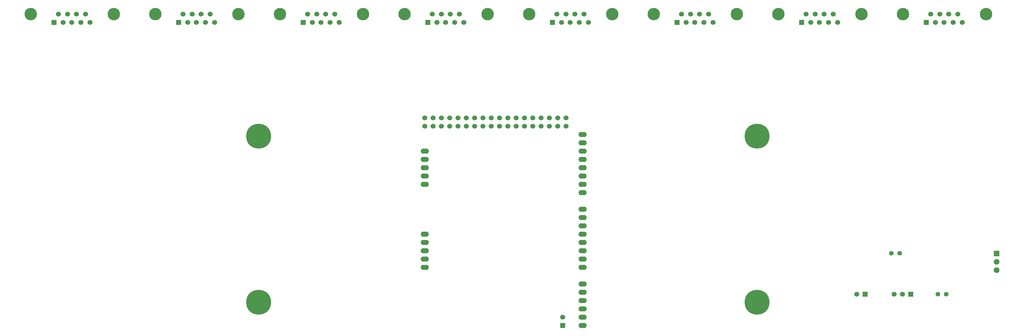
<source format=gts>
G04 (created by PCBNEW (2013-07-07 BZR 4022)-stable) date 9/29/2015 10:07:16 AM*
%MOIN*%
G04 Gerber Fmt 3.4, Leading zero omitted, Abs format*
%FSLAX34Y34*%
G01*
G70*
G90*
G04 APERTURE LIST*
%ADD10C,0.00590551*%
%ADD11O,0.1X0.06*%
%ADD12C,0.06*%
%ADD13C,0.3*%
%ADD14C,0.07*%
%ADD15R,0.07X0.07*%
%ADD16R,0.06X0.06*%
%ADD17C,0.15*%
%ADD18C,0.055*%
G04 APERTURE END LIST*
G54D10*
G54D11*
X72500Y-50000D03*
X72500Y-49000D03*
X72500Y-48000D03*
X72500Y-47000D03*
X72500Y-46000D03*
X91500Y-44000D03*
X91500Y-45000D03*
X91500Y-46000D03*
X91500Y-47000D03*
X91500Y-51000D03*
X91500Y-53000D03*
X91500Y-54000D03*
X91500Y-50000D03*
X91500Y-49000D03*
X91500Y-48000D03*
X91500Y-55000D03*
X91500Y-56000D03*
X91500Y-57000D03*
X91500Y-60000D03*
X91500Y-59000D03*
X91500Y-58000D03*
X91500Y-62000D03*
X91500Y-63000D03*
X91500Y-64000D03*
X91500Y-66000D03*
X91500Y-67000D03*
X72500Y-56000D03*
X72500Y-57000D03*
X72500Y-58000D03*
X72500Y-59000D03*
X72500Y-60000D03*
X91500Y-65000D03*
G54D12*
X73500Y-43000D03*
X73500Y-42000D03*
X74500Y-43000D03*
X74500Y-42000D03*
X75500Y-43000D03*
X75500Y-42000D03*
X76500Y-43000D03*
X76500Y-42000D03*
X72500Y-43000D03*
X72500Y-42000D03*
X77500Y-42000D03*
X77500Y-43000D03*
X78500Y-43000D03*
X78500Y-42000D03*
X79500Y-43000D03*
X79500Y-42000D03*
X80500Y-43000D03*
X80500Y-42000D03*
X81500Y-43000D03*
X81500Y-42000D03*
X82500Y-43000D03*
X82500Y-42000D03*
X83500Y-43000D03*
X83500Y-42000D03*
X84500Y-43000D03*
X84500Y-42000D03*
X85500Y-43000D03*
X85500Y-42000D03*
X86500Y-43000D03*
X86500Y-42000D03*
X87500Y-43000D03*
X87500Y-42000D03*
X88500Y-43000D03*
X88500Y-42000D03*
X89500Y-43000D03*
X89500Y-42000D03*
G54D13*
X52500Y-64210D03*
X112500Y-64210D03*
X112500Y-44210D03*
X52500Y-44210D03*
G54D14*
X141338Y-60330D03*
X141338Y-59330D03*
G54D15*
X141338Y-58330D03*
G54D16*
X125500Y-63228D03*
G54D12*
X124500Y-63228D03*
G54D16*
X89094Y-66996D03*
G54D12*
X89094Y-65996D03*
G54D17*
X35050Y-29500D03*
X25050Y-29500D03*
G54D16*
X27850Y-30500D03*
G54D12*
X28950Y-30500D03*
X30000Y-30500D03*
X31100Y-30500D03*
X32200Y-30500D03*
X28400Y-29500D03*
X29500Y-29500D03*
X30550Y-29500D03*
X31650Y-29500D03*
G54D17*
X95050Y-29500D03*
X85050Y-29500D03*
G54D16*
X87850Y-30500D03*
G54D12*
X88950Y-30500D03*
X90000Y-30500D03*
X91100Y-30500D03*
X92200Y-30500D03*
X88400Y-29500D03*
X89500Y-29500D03*
X90550Y-29500D03*
X91650Y-29500D03*
G54D17*
X50050Y-29500D03*
X40050Y-29500D03*
G54D16*
X42850Y-30500D03*
G54D12*
X43950Y-30500D03*
X45000Y-30500D03*
X46100Y-30500D03*
X47200Y-30500D03*
X43400Y-29500D03*
X44500Y-29500D03*
X45550Y-29500D03*
X46650Y-29500D03*
G54D17*
X110050Y-29500D03*
X100050Y-29500D03*
G54D16*
X102850Y-30500D03*
G54D12*
X103950Y-30500D03*
X105000Y-30500D03*
X106100Y-30500D03*
X107200Y-30500D03*
X103400Y-29500D03*
X104500Y-29500D03*
X105550Y-29500D03*
X106650Y-29500D03*
G54D17*
X65050Y-29500D03*
X55050Y-29500D03*
G54D16*
X57850Y-30500D03*
G54D12*
X58950Y-30500D03*
X60000Y-30500D03*
X61100Y-30500D03*
X62200Y-30500D03*
X58400Y-29500D03*
X59500Y-29500D03*
X60550Y-29500D03*
X61650Y-29500D03*
G54D17*
X125050Y-29500D03*
X115050Y-29500D03*
G54D16*
X117850Y-30500D03*
G54D12*
X118950Y-30500D03*
X120000Y-30500D03*
X121100Y-30500D03*
X122200Y-30500D03*
X118400Y-29500D03*
X119500Y-29500D03*
X120550Y-29500D03*
X121650Y-29500D03*
G54D17*
X80050Y-29500D03*
X70050Y-29500D03*
G54D16*
X72850Y-30500D03*
G54D12*
X73950Y-30500D03*
X75000Y-30500D03*
X76100Y-30500D03*
X77200Y-30500D03*
X73400Y-29500D03*
X74500Y-29500D03*
X75550Y-29500D03*
X76650Y-29500D03*
G54D17*
X140050Y-29500D03*
X130050Y-29500D03*
G54D16*
X132850Y-30500D03*
G54D12*
X133950Y-30500D03*
X135000Y-30500D03*
X136100Y-30500D03*
X137200Y-30500D03*
X133400Y-29500D03*
X134500Y-29500D03*
X135550Y-29500D03*
X136650Y-29500D03*
G54D18*
X134263Y-63228D03*
X135263Y-63228D03*
X129673Y-58307D03*
X128673Y-58307D03*
G54D16*
X131000Y-63228D03*
G54D12*
X130000Y-63228D03*
X129000Y-63228D03*
M02*

</source>
